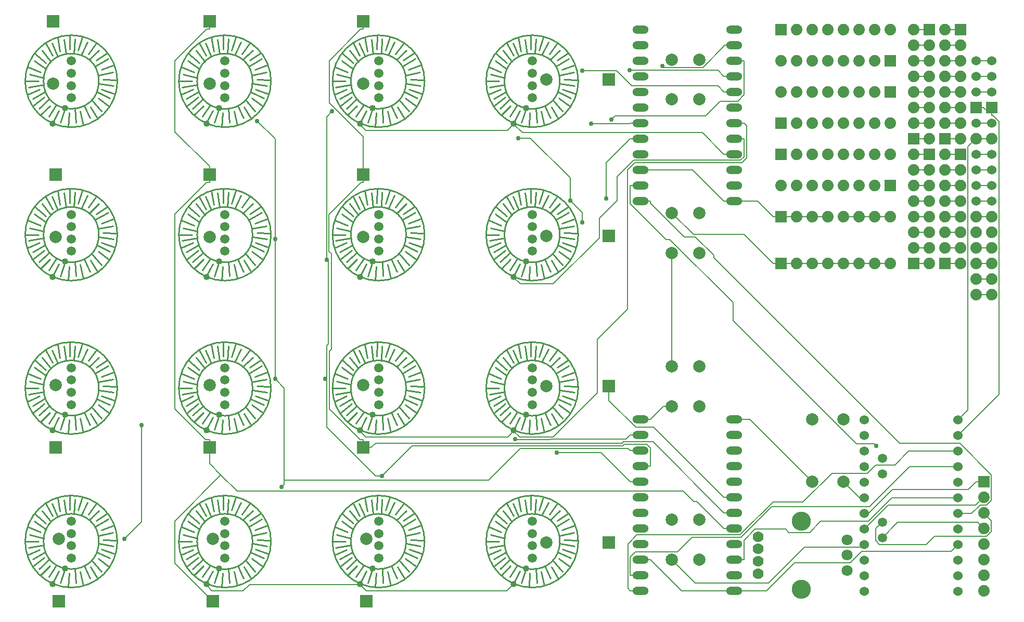
<source format=gtl>
G04 #@! TF.FileFunction,Copper,L1,Top,Signal*
%FSLAX46Y46*%
G04 Gerber Fmt 4.6, Leading zero omitted, Abs format (unit mm)*
G04 Created by KiCad (PCBNEW 4.0.4-stable) date 11/20/16 21:41:40*
%MOMM*%
%LPD*%
G01*
G04 APERTURE LIST*
%ADD10C,0.100000*%
%ADD11C,0.254000*%
%ADD12R,1.879600X1.879600*%
%ADD13C,1.879600*%
%ADD14C,1.524000*%
%ADD15C,1.998980*%
%ADD16R,1.998980X1.998980*%
%ADD17C,2.000000*%
%ADD18C,1.500000*%
%ADD19C,1.508000*%
%ADD20C,1.016000*%
%ADD21O,2.641600X1.320800*%
%ADD22C,1.800000*%
%ADD23C,1.778000*%
%ADD24C,3.116000*%
%ADD25C,0.749400*%
%ADD26C,0.203200*%
G04 APERTURE END LIST*
D10*
D11*
X120760000Y-96090000D02*
X121520000Y-93720000D01*
X121990000Y-96770000D02*
X122130000Y-94480000D01*
X123250000Y-96060000D02*
X123100000Y-93760000D01*
X123970000Y-94190000D02*
X124480000Y-96470000D01*
X125520000Y-95310000D02*
X124580000Y-93310000D01*
X126780000Y-95420000D02*
X125630000Y-93470000D01*
X125840000Y-92350000D02*
X127420000Y-94220000D01*
X126870000Y-92060000D02*
X128720000Y-93400000D01*
X128810000Y-92040000D02*
X126750000Y-91050000D01*
X127450000Y-90590000D02*
X129630000Y-91350000D01*
X129340000Y-90010000D02*
X127010000Y-89660000D01*
X127710000Y-89010000D02*
X129940000Y-89080000D01*
X129260000Y-87860000D02*
X126910000Y-88320000D01*
X127380000Y-87450000D02*
X129430000Y-86670000D01*
X128480000Y-85670000D02*
X126340000Y-86920000D01*
X126560000Y-85930000D02*
X128340000Y-84730000D01*
X125400000Y-85840000D02*
X127020000Y-84290000D01*
X125280000Y-84860000D02*
X126580000Y-83110000D01*
X124070000Y-85070000D02*
X125120000Y-82940000D01*
X123620000Y-84250000D02*
X124300000Y-82130000D01*
X122930000Y-84790000D02*
X123090000Y-82430000D01*
X122230000Y-84130000D02*
X122260000Y-81840000D01*
X121640000Y-84830000D02*
X121320000Y-82490000D01*
X120680000Y-84410000D02*
X120260000Y-82170000D01*
X120320000Y-85270000D02*
X119350000Y-83100000D01*
X119450000Y-85160000D02*
X118360000Y-83130000D01*
X119230000Y-86110000D02*
X117800000Y-84290000D01*
X116580000Y-84770000D02*
X118360000Y-86330000D01*
X118400000Y-87300000D02*
X116490000Y-85960000D01*
X117480000Y-87800000D02*
X115460000Y-86960000D01*
X117990000Y-88740000D02*
X115710000Y-88200000D01*
X117130000Y-89300000D02*
X115010000Y-89300000D01*
X118020000Y-89880000D02*
X115550000Y-90290000D01*
X117320000Y-90620000D02*
X115350000Y-91480000D01*
X116220000Y-92150000D02*
X118200000Y-91040000D01*
X116260000Y-93340000D02*
X118140000Y-91890000D01*
X117260000Y-93740000D02*
X118980000Y-92180000D01*
X117490000Y-94820000D02*
X119000000Y-93300000D01*
X118840000Y-95070000D02*
X120070000Y-93210000D01*
X119470000Y-96140000D02*
X120500000Y-94080000D01*
X120760000Y-71090000D02*
X121520000Y-68720000D01*
X121990000Y-71770000D02*
X122130000Y-69480000D01*
X123250000Y-71060000D02*
X123100000Y-68760000D01*
X123970000Y-69190000D02*
X124480000Y-71470000D01*
X125520000Y-70310000D02*
X124580000Y-68310000D01*
X126780000Y-70420000D02*
X125630000Y-68470000D01*
X125840000Y-67350000D02*
X127420000Y-69220000D01*
X126870000Y-67060000D02*
X128720000Y-68400000D01*
X128810000Y-67040000D02*
X126750000Y-66050000D01*
X127450000Y-65590000D02*
X129630000Y-66350000D01*
X129340000Y-65010000D02*
X127010000Y-64660000D01*
X127710000Y-64010000D02*
X129940000Y-64080000D01*
X129260000Y-62860000D02*
X126910000Y-63320000D01*
X127380000Y-62450000D02*
X129430000Y-61670000D01*
X128480000Y-60670000D02*
X126340000Y-61920000D01*
X126560000Y-60930000D02*
X128340000Y-59730000D01*
X125400000Y-60840000D02*
X127020000Y-59290000D01*
X125280000Y-59860000D02*
X126580000Y-58110000D01*
X124070000Y-60070000D02*
X125120000Y-57940000D01*
X123620000Y-59250000D02*
X124300000Y-57130000D01*
X122930000Y-59790000D02*
X123090000Y-57430000D01*
X122230000Y-59130000D02*
X122260000Y-56840000D01*
X121640000Y-59830000D02*
X121320000Y-57490000D01*
X120680000Y-59410000D02*
X120260000Y-57170000D01*
X120320000Y-60270000D02*
X119350000Y-58100000D01*
X119450000Y-60160000D02*
X118360000Y-58130000D01*
X119230000Y-61110000D02*
X117800000Y-59290000D01*
X116580000Y-59770000D02*
X118360000Y-61330000D01*
X118400000Y-62300000D02*
X116490000Y-60960000D01*
X117480000Y-62800000D02*
X115460000Y-61960000D01*
X117990000Y-63740000D02*
X115710000Y-63200000D01*
X117130000Y-64300000D02*
X115010000Y-64300000D01*
X118020000Y-64880000D02*
X115550000Y-65290000D01*
X117320000Y-65620000D02*
X115350000Y-66480000D01*
X116220000Y-67150000D02*
X118200000Y-66040000D01*
X116260000Y-68340000D02*
X118140000Y-66890000D01*
X117260000Y-68740000D02*
X118980000Y-67180000D01*
X117490000Y-69820000D02*
X119000000Y-68300000D01*
X118840000Y-70070000D02*
X120070000Y-68210000D01*
X119470000Y-71140000D02*
X120500000Y-69080000D01*
X145760000Y-96090000D02*
X146520000Y-93720000D01*
X146990000Y-96770000D02*
X147130000Y-94480000D01*
X148250000Y-96060000D02*
X148100000Y-93760000D01*
X148970000Y-94190000D02*
X149480000Y-96470000D01*
X150520000Y-95310000D02*
X149580000Y-93310000D01*
X151780000Y-95420000D02*
X150630000Y-93470000D01*
X150840000Y-92350000D02*
X152420000Y-94220000D01*
X151870000Y-92060000D02*
X153720000Y-93400000D01*
X153810000Y-92040000D02*
X151750000Y-91050000D01*
X152450000Y-90590000D02*
X154630000Y-91350000D01*
X154340000Y-90010000D02*
X152010000Y-89660000D01*
X152710000Y-89010000D02*
X154940000Y-89080000D01*
X154260000Y-87860000D02*
X151910000Y-88320000D01*
X152380000Y-87450000D02*
X154430000Y-86670000D01*
X153480000Y-85670000D02*
X151340000Y-86920000D01*
X151560000Y-85930000D02*
X153340000Y-84730000D01*
X150400000Y-85840000D02*
X152020000Y-84290000D01*
X150280000Y-84860000D02*
X151580000Y-83110000D01*
X149070000Y-85070000D02*
X150120000Y-82940000D01*
X148620000Y-84250000D02*
X149300000Y-82130000D01*
X147930000Y-84790000D02*
X148090000Y-82430000D01*
X147230000Y-84130000D02*
X147260000Y-81840000D01*
X146640000Y-84830000D02*
X146320000Y-82490000D01*
X145680000Y-84410000D02*
X145260000Y-82170000D01*
X145320000Y-85270000D02*
X144350000Y-83100000D01*
X144450000Y-85160000D02*
X143360000Y-83130000D01*
X144230000Y-86110000D02*
X142800000Y-84290000D01*
X141580000Y-84770000D02*
X143360000Y-86330000D01*
X143400000Y-87300000D02*
X141490000Y-85960000D01*
X142480000Y-87800000D02*
X140460000Y-86960000D01*
X142990000Y-88740000D02*
X140710000Y-88200000D01*
X142130000Y-89300000D02*
X140010000Y-89300000D01*
X143020000Y-89880000D02*
X140550000Y-90290000D01*
X142320000Y-90620000D02*
X140350000Y-91480000D01*
X141220000Y-92150000D02*
X143200000Y-91040000D01*
X141260000Y-93340000D02*
X143140000Y-91890000D01*
X142260000Y-93740000D02*
X143980000Y-92180000D01*
X142490000Y-94820000D02*
X144000000Y-93300000D01*
X143840000Y-95070000D02*
X145070000Y-93210000D01*
X144470000Y-96140000D02*
X145500000Y-94080000D01*
X145760000Y-71090000D02*
X146520000Y-68720000D01*
X146990000Y-71770000D02*
X147130000Y-69480000D01*
X148250000Y-71060000D02*
X148100000Y-68760000D01*
X148970000Y-69190000D02*
X149480000Y-71470000D01*
X150520000Y-70310000D02*
X149580000Y-68310000D01*
X151780000Y-70420000D02*
X150630000Y-68470000D01*
X150840000Y-67350000D02*
X152420000Y-69220000D01*
X151870000Y-67060000D02*
X153720000Y-68400000D01*
X153810000Y-67040000D02*
X151750000Y-66050000D01*
X152450000Y-65590000D02*
X154630000Y-66350000D01*
X154340000Y-65010000D02*
X152010000Y-64660000D01*
X152710000Y-64010000D02*
X154940000Y-64080000D01*
X154260000Y-62860000D02*
X151910000Y-63320000D01*
X152380000Y-62450000D02*
X154430000Y-61670000D01*
X153480000Y-60670000D02*
X151340000Y-61920000D01*
X151560000Y-60930000D02*
X153340000Y-59730000D01*
X150400000Y-60840000D02*
X152020000Y-59290000D01*
X150280000Y-59860000D02*
X151580000Y-58110000D01*
X149070000Y-60070000D02*
X150120000Y-57940000D01*
X148620000Y-59250000D02*
X149300000Y-57130000D01*
X147930000Y-59790000D02*
X148090000Y-57430000D01*
X147230000Y-59130000D02*
X147260000Y-56840000D01*
X146640000Y-59830000D02*
X146320000Y-57490000D01*
X145680000Y-59410000D02*
X145260000Y-57170000D01*
X145320000Y-60270000D02*
X144350000Y-58100000D01*
X144450000Y-60160000D02*
X143360000Y-58130000D01*
X144230000Y-61110000D02*
X142800000Y-59290000D01*
X141580000Y-59770000D02*
X143360000Y-61330000D01*
X143400000Y-62300000D02*
X141490000Y-60960000D01*
X142480000Y-62800000D02*
X140460000Y-61960000D01*
X142990000Y-63740000D02*
X140710000Y-63200000D01*
X142130000Y-64300000D02*
X140010000Y-64300000D01*
X143020000Y-64880000D02*
X140550000Y-65290000D01*
X142320000Y-65620000D02*
X140350000Y-66480000D01*
X141220000Y-67150000D02*
X143200000Y-66040000D01*
X141260000Y-68340000D02*
X143140000Y-66890000D01*
X142260000Y-68740000D02*
X143980000Y-67180000D01*
X142490000Y-69820000D02*
X144000000Y-68300000D01*
X143840000Y-70070000D02*
X145070000Y-68210000D01*
X144470000Y-71140000D02*
X145500000Y-69080000D01*
X130000000Y-89300000D02*
G75*
G03X130000000Y-89300000I-7500000J0D01*
G01*
X126990000Y-89290000D02*
G75*
G03X126990000Y-89290000I-4500000J0D01*
G01*
X126990000Y-64290000D02*
G75*
G03X126990000Y-64290000I-4500000J0D01*
G01*
X129999800Y-64300000D02*
G75*
G03X129999800Y-64300000I-7499800J0D01*
G01*
X152000600Y-89300000D02*
G75*
G03X152000600Y-89300000I-4510600J0D01*
G01*
X154999800Y-89300000D02*
G75*
G03X154999800Y-89300000I-7499800J0D01*
G01*
X152000600Y-64300000D02*
G75*
G03X152000600Y-64300000I-4510600J0D01*
G01*
X154999800Y-64300000D02*
G75*
G03X154999800Y-64300000I-7499800J0D01*
G01*
X120760000Y-146090000D02*
X121520000Y-143720000D01*
X121990000Y-146770000D02*
X122130000Y-144480000D01*
X123250000Y-146060000D02*
X123100000Y-143760000D01*
X123970000Y-144190000D02*
X124480000Y-146470000D01*
X125520000Y-145310000D02*
X124580000Y-143310000D01*
X126780000Y-145420000D02*
X125630000Y-143470000D01*
X125840000Y-142350000D02*
X127420000Y-144220000D01*
X126870000Y-142060000D02*
X128720000Y-143400000D01*
X128810000Y-142040000D02*
X126750000Y-141050000D01*
X127450000Y-140590000D02*
X129630000Y-141350000D01*
X129340000Y-140010000D02*
X127010000Y-139660000D01*
X127710000Y-139010000D02*
X129940000Y-139080000D01*
X129260000Y-137860000D02*
X126910000Y-138320000D01*
X127380000Y-137450000D02*
X129430000Y-136670000D01*
X128480000Y-135670000D02*
X126340000Y-136920000D01*
X126560000Y-135930000D02*
X128340000Y-134730000D01*
X125400000Y-135840000D02*
X127020000Y-134290000D01*
X125280000Y-134860000D02*
X126580000Y-133110000D01*
X124070000Y-135070000D02*
X125120000Y-132940000D01*
X123620000Y-134250000D02*
X124300000Y-132130000D01*
X122930000Y-134790000D02*
X123090000Y-132430000D01*
X122230000Y-134130000D02*
X122260000Y-131840000D01*
X121640000Y-134830000D02*
X121320000Y-132490000D01*
X120680000Y-134410000D02*
X120260000Y-132170000D01*
X120320000Y-135270000D02*
X119350000Y-133100000D01*
X119450000Y-135160000D02*
X118360000Y-133130000D01*
X119230000Y-136110000D02*
X117800000Y-134290000D01*
X116580000Y-134770000D02*
X118360000Y-136330000D01*
X118400000Y-137300000D02*
X116490000Y-135960000D01*
X117480000Y-137800000D02*
X115460000Y-136960000D01*
X117990000Y-138740000D02*
X115710000Y-138200000D01*
X117130000Y-139300000D02*
X115010000Y-139300000D01*
X118020000Y-139880000D02*
X115550000Y-140290000D01*
X117320000Y-140620000D02*
X115350000Y-141480000D01*
X116220000Y-142150000D02*
X118200000Y-141040000D01*
X116260000Y-143340000D02*
X118140000Y-141890000D01*
X117260000Y-143740000D02*
X118980000Y-142180000D01*
X117490000Y-144820000D02*
X119000000Y-143300000D01*
X118840000Y-145070000D02*
X120070000Y-143210000D01*
X119470000Y-146140000D02*
X120500000Y-144080000D01*
X120760000Y-121090000D02*
X121520000Y-118720000D01*
X121990000Y-121770000D02*
X122130000Y-119480000D01*
X123250000Y-121060000D02*
X123100000Y-118760000D01*
X123970000Y-119190000D02*
X124480000Y-121470000D01*
X125520000Y-120310000D02*
X124580000Y-118310000D01*
X126780000Y-120420000D02*
X125630000Y-118470000D01*
X125840000Y-117350000D02*
X127420000Y-119220000D01*
X126870000Y-117060000D02*
X128720000Y-118400000D01*
X128810000Y-117040000D02*
X126750000Y-116050000D01*
X127450000Y-115590000D02*
X129630000Y-116350000D01*
X129340000Y-115010000D02*
X127010000Y-114660000D01*
X127710000Y-114010000D02*
X129940000Y-114080000D01*
X129260000Y-112860000D02*
X126910000Y-113320000D01*
X127380000Y-112450000D02*
X129430000Y-111670000D01*
X128480000Y-110670000D02*
X126340000Y-111920000D01*
X126560000Y-110930000D02*
X128340000Y-109730000D01*
X125400000Y-110840000D02*
X127020000Y-109290000D01*
X125280000Y-109860000D02*
X126580000Y-108110000D01*
X124070000Y-110070000D02*
X125120000Y-107940000D01*
X123620000Y-109250000D02*
X124300000Y-107130000D01*
X122930000Y-109790000D02*
X123090000Y-107430000D01*
X122230000Y-109130000D02*
X122260000Y-106840000D01*
X121640000Y-109830000D02*
X121320000Y-107490000D01*
X120680000Y-109410000D02*
X120260000Y-107170000D01*
X120320000Y-110270000D02*
X119350000Y-108100000D01*
X119450000Y-110160000D02*
X118360000Y-108130000D01*
X119230000Y-111110000D02*
X117800000Y-109290000D01*
X116580000Y-109770000D02*
X118360000Y-111330000D01*
X118400000Y-112300000D02*
X116490000Y-110960000D01*
X117480000Y-112800000D02*
X115460000Y-111960000D01*
X117990000Y-113740000D02*
X115710000Y-113200000D01*
X117130000Y-114300000D02*
X115010000Y-114300000D01*
X118020000Y-114880000D02*
X115550000Y-115290000D01*
X117320000Y-115620000D02*
X115350000Y-116480000D01*
X116220000Y-117150000D02*
X118200000Y-116040000D01*
X116260000Y-118340000D02*
X118140000Y-116890000D01*
X117260000Y-118740000D02*
X118980000Y-117180000D01*
X117490000Y-119820000D02*
X119000000Y-118300000D01*
X118840000Y-120070000D02*
X120070000Y-118210000D01*
X119470000Y-121140000D02*
X120500000Y-119080000D01*
X145760000Y-146090000D02*
X146520000Y-143720000D01*
X146990000Y-146770000D02*
X147130000Y-144480000D01*
X148250000Y-146060000D02*
X148100000Y-143760000D01*
X148970000Y-144190000D02*
X149480000Y-146470000D01*
X150520000Y-145310000D02*
X149580000Y-143310000D01*
X151780000Y-145420000D02*
X150630000Y-143470000D01*
X150840000Y-142350000D02*
X152420000Y-144220000D01*
X151870000Y-142060000D02*
X153720000Y-143400000D01*
X153810000Y-142040000D02*
X151750000Y-141050000D01*
X152450000Y-140590000D02*
X154630000Y-141350000D01*
X154340000Y-140010000D02*
X152010000Y-139660000D01*
X152710000Y-139010000D02*
X154940000Y-139080000D01*
X154260000Y-137860000D02*
X151910000Y-138320000D01*
X152380000Y-137450000D02*
X154430000Y-136670000D01*
X153480000Y-135670000D02*
X151340000Y-136920000D01*
X151560000Y-135930000D02*
X153340000Y-134730000D01*
X150400000Y-135840000D02*
X152020000Y-134290000D01*
X150280000Y-134860000D02*
X151580000Y-133110000D01*
X149070000Y-135070000D02*
X150120000Y-132940000D01*
X148620000Y-134250000D02*
X149300000Y-132130000D01*
X147930000Y-134790000D02*
X148090000Y-132430000D01*
X147230000Y-134130000D02*
X147260000Y-131840000D01*
X146640000Y-134830000D02*
X146320000Y-132490000D01*
X145680000Y-134410000D02*
X145260000Y-132170000D01*
X145320000Y-135270000D02*
X144350000Y-133100000D01*
X144450000Y-135160000D02*
X143360000Y-133130000D01*
X144230000Y-136110000D02*
X142800000Y-134290000D01*
X141580000Y-134770000D02*
X143360000Y-136330000D01*
X143400000Y-137300000D02*
X141490000Y-135960000D01*
X142480000Y-137800000D02*
X140460000Y-136960000D01*
X142990000Y-138740000D02*
X140710000Y-138200000D01*
X142130000Y-139300000D02*
X140010000Y-139300000D01*
X143020000Y-139880000D02*
X140550000Y-140290000D01*
X142320000Y-140620000D02*
X140350000Y-141480000D01*
X141220000Y-142150000D02*
X143200000Y-141040000D01*
X141260000Y-143340000D02*
X143140000Y-141890000D01*
X142260000Y-143740000D02*
X143980000Y-142180000D01*
X142490000Y-144820000D02*
X144000000Y-143300000D01*
X143840000Y-145070000D02*
X145070000Y-143210000D01*
X144470000Y-146140000D02*
X145500000Y-144080000D01*
X145760000Y-121090000D02*
X146520000Y-118720000D01*
X146990000Y-121770000D02*
X147130000Y-119480000D01*
X148250000Y-121060000D02*
X148100000Y-118760000D01*
X148970000Y-119190000D02*
X149480000Y-121470000D01*
X150520000Y-120310000D02*
X149580000Y-118310000D01*
X151780000Y-120420000D02*
X150630000Y-118470000D01*
X150840000Y-117350000D02*
X152420000Y-119220000D01*
X151870000Y-117060000D02*
X153720000Y-118400000D01*
X153810000Y-117040000D02*
X151750000Y-116050000D01*
X152450000Y-115590000D02*
X154630000Y-116350000D01*
X154340000Y-115010000D02*
X152010000Y-114660000D01*
X152710000Y-114010000D02*
X154940000Y-114080000D01*
X154260000Y-112860000D02*
X151910000Y-113320000D01*
X152380000Y-112450000D02*
X154430000Y-111670000D01*
X153480000Y-110670000D02*
X151340000Y-111920000D01*
X151560000Y-110930000D02*
X153340000Y-109730000D01*
X150400000Y-110840000D02*
X152020000Y-109290000D01*
X150280000Y-109860000D02*
X151580000Y-108110000D01*
X149070000Y-110070000D02*
X150120000Y-107940000D01*
X148620000Y-109250000D02*
X149300000Y-107130000D01*
X147930000Y-109790000D02*
X148090000Y-107430000D01*
X147230000Y-109130000D02*
X147260000Y-106840000D01*
X146640000Y-109830000D02*
X146320000Y-107490000D01*
X145680000Y-109410000D02*
X145260000Y-107170000D01*
X145320000Y-110270000D02*
X144350000Y-108100000D01*
X144450000Y-110160000D02*
X143360000Y-108130000D01*
X144230000Y-111110000D02*
X142800000Y-109290000D01*
X141580000Y-109770000D02*
X143360000Y-111330000D01*
X143400000Y-112300000D02*
X141490000Y-110960000D01*
X142480000Y-112800000D02*
X140460000Y-111960000D01*
X142990000Y-113740000D02*
X140710000Y-113200000D01*
X142130000Y-114300000D02*
X140010000Y-114300000D01*
X143020000Y-114880000D02*
X140550000Y-115290000D01*
X142320000Y-115620000D02*
X140350000Y-116480000D01*
X141220000Y-117150000D02*
X143200000Y-116040000D01*
X141260000Y-118340000D02*
X143140000Y-116890000D01*
X142260000Y-118740000D02*
X143980000Y-117180000D01*
X142490000Y-119820000D02*
X144000000Y-118300000D01*
X143840000Y-120070000D02*
X145070000Y-118210000D01*
X144470000Y-121140000D02*
X145500000Y-119080000D01*
X130000000Y-139300000D02*
G75*
G03X130000000Y-139300000I-7500000J0D01*
G01*
X126990000Y-139290000D02*
G75*
G03X126990000Y-139290000I-4500000J0D01*
G01*
X126990000Y-114290000D02*
G75*
G03X126990000Y-114290000I-4500000J0D01*
G01*
X129999800Y-114300000D02*
G75*
G03X129999800Y-114300000I-7499800J0D01*
G01*
X152000600Y-139300000D02*
G75*
G03X152000600Y-139300000I-4510600J0D01*
G01*
X154999800Y-139300000D02*
G75*
G03X154999800Y-139300000I-7499800J0D01*
G01*
X152000600Y-114300000D02*
G75*
G03X152000600Y-114300000I-4510600J0D01*
G01*
X154999800Y-114300000D02*
G75*
G03X154999800Y-114300000I-7499800J0D01*
G01*
X70760000Y-146090000D02*
X71520000Y-143720000D01*
X71990000Y-146770000D02*
X72130000Y-144480000D01*
X73250000Y-146060000D02*
X73100000Y-143760000D01*
X73970000Y-144190000D02*
X74480000Y-146470000D01*
X75520000Y-145310000D02*
X74580000Y-143310000D01*
X76780000Y-145420000D02*
X75630000Y-143470000D01*
X75840000Y-142350000D02*
X77420000Y-144220000D01*
X76870000Y-142060000D02*
X78720000Y-143400000D01*
X78810000Y-142040000D02*
X76750000Y-141050000D01*
X77450000Y-140590000D02*
X79630000Y-141350000D01*
X79340000Y-140010000D02*
X77010000Y-139660000D01*
X77710000Y-139010000D02*
X79940000Y-139080000D01*
X79260000Y-137860000D02*
X76910000Y-138320000D01*
X77380000Y-137450000D02*
X79430000Y-136670000D01*
X78480000Y-135670000D02*
X76340000Y-136920000D01*
X76560000Y-135930000D02*
X78340000Y-134730000D01*
X75400000Y-135840000D02*
X77020000Y-134290000D01*
X75280000Y-134860000D02*
X76580000Y-133110000D01*
X74070000Y-135070000D02*
X75120000Y-132940000D01*
X73620000Y-134250000D02*
X74300000Y-132130000D01*
X72930000Y-134790000D02*
X73090000Y-132430000D01*
X72230000Y-134130000D02*
X72260000Y-131840000D01*
X71640000Y-134830000D02*
X71320000Y-132490000D01*
X70680000Y-134410000D02*
X70260000Y-132170000D01*
X70320000Y-135270000D02*
X69350000Y-133100000D01*
X69450000Y-135160000D02*
X68360000Y-133130000D01*
X69230000Y-136110000D02*
X67800000Y-134290000D01*
X66580000Y-134770000D02*
X68360000Y-136330000D01*
X68400000Y-137300000D02*
X66490000Y-135960000D01*
X67480000Y-137800000D02*
X65460000Y-136960000D01*
X67990000Y-138740000D02*
X65710000Y-138200000D01*
X67130000Y-139300000D02*
X65010000Y-139300000D01*
X68020000Y-139880000D02*
X65550000Y-140290000D01*
X67320000Y-140620000D02*
X65350000Y-141480000D01*
X66220000Y-142150000D02*
X68200000Y-141040000D01*
X66260000Y-143340000D02*
X68140000Y-141890000D01*
X67260000Y-143740000D02*
X68980000Y-142180000D01*
X67490000Y-144820000D02*
X69000000Y-143300000D01*
X68840000Y-145070000D02*
X70070000Y-143210000D01*
X69470000Y-146140000D02*
X70500000Y-144080000D01*
X70760000Y-121090000D02*
X71520000Y-118720000D01*
X71990000Y-121770000D02*
X72130000Y-119480000D01*
X73250000Y-121060000D02*
X73100000Y-118760000D01*
X73970000Y-119190000D02*
X74480000Y-121470000D01*
X75520000Y-120310000D02*
X74580000Y-118310000D01*
X76780000Y-120420000D02*
X75630000Y-118470000D01*
X75840000Y-117350000D02*
X77420000Y-119220000D01*
X76870000Y-117060000D02*
X78720000Y-118400000D01*
X78810000Y-117040000D02*
X76750000Y-116050000D01*
X77450000Y-115590000D02*
X79630000Y-116350000D01*
X79340000Y-115010000D02*
X77010000Y-114660000D01*
X77710000Y-114010000D02*
X79940000Y-114080000D01*
X79260000Y-112860000D02*
X76910000Y-113320000D01*
X77380000Y-112450000D02*
X79430000Y-111670000D01*
X78480000Y-110670000D02*
X76340000Y-111920000D01*
X76560000Y-110930000D02*
X78340000Y-109730000D01*
X75400000Y-110840000D02*
X77020000Y-109290000D01*
X75280000Y-109860000D02*
X76580000Y-108110000D01*
X74070000Y-110070000D02*
X75120000Y-107940000D01*
X73620000Y-109250000D02*
X74300000Y-107130000D01*
X72930000Y-109790000D02*
X73090000Y-107430000D01*
X72230000Y-109130000D02*
X72260000Y-106840000D01*
X71640000Y-109830000D02*
X71320000Y-107490000D01*
X70680000Y-109410000D02*
X70260000Y-107170000D01*
X70320000Y-110270000D02*
X69350000Y-108100000D01*
X69450000Y-110160000D02*
X68360000Y-108130000D01*
X69230000Y-111110000D02*
X67800000Y-109290000D01*
X66580000Y-109770000D02*
X68360000Y-111330000D01*
X68400000Y-112300000D02*
X66490000Y-110960000D01*
X67480000Y-112800000D02*
X65460000Y-111960000D01*
X67990000Y-113740000D02*
X65710000Y-113200000D01*
X67130000Y-114300000D02*
X65010000Y-114300000D01*
X68020000Y-114880000D02*
X65550000Y-115290000D01*
X67320000Y-115620000D02*
X65350000Y-116480000D01*
X66220000Y-117150000D02*
X68200000Y-116040000D01*
X66260000Y-118340000D02*
X68140000Y-116890000D01*
X67260000Y-118740000D02*
X68980000Y-117180000D01*
X67490000Y-119820000D02*
X69000000Y-118300000D01*
X68840000Y-120070000D02*
X70070000Y-118210000D01*
X69470000Y-121140000D02*
X70500000Y-119080000D01*
X95760000Y-146090000D02*
X96520000Y-143720000D01*
X96990000Y-146770000D02*
X97130000Y-144480000D01*
X98250000Y-146060000D02*
X98100000Y-143760000D01*
X98970000Y-144190000D02*
X99480000Y-146470000D01*
X100520000Y-145310000D02*
X99580000Y-143310000D01*
X101780000Y-145420000D02*
X100630000Y-143470000D01*
X100840000Y-142350000D02*
X102420000Y-144220000D01*
X101870000Y-142060000D02*
X103720000Y-143400000D01*
X103810000Y-142040000D02*
X101750000Y-141050000D01*
X102450000Y-140590000D02*
X104630000Y-141350000D01*
X104340000Y-140010000D02*
X102010000Y-139660000D01*
X102710000Y-139010000D02*
X104940000Y-139080000D01*
X104260000Y-137860000D02*
X101910000Y-138320000D01*
X102380000Y-137450000D02*
X104430000Y-136670000D01*
X103480000Y-135670000D02*
X101340000Y-136920000D01*
X101560000Y-135930000D02*
X103340000Y-134730000D01*
X100400000Y-135840000D02*
X102020000Y-134290000D01*
X100280000Y-134860000D02*
X101580000Y-133110000D01*
X99070000Y-135070000D02*
X100120000Y-132940000D01*
X98620000Y-134250000D02*
X99300000Y-132130000D01*
X97930000Y-134790000D02*
X98090000Y-132430000D01*
X97230000Y-134130000D02*
X97260000Y-131840000D01*
X96640000Y-134830000D02*
X96320000Y-132490000D01*
X95680000Y-134410000D02*
X95260000Y-132170000D01*
X95320000Y-135270000D02*
X94350000Y-133100000D01*
X94450000Y-135160000D02*
X93360000Y-133130000D01*
X94230000Y-136110000D02*
X92800000Y-134290000D01*
X91580000Y-134770000D02*
X93360000Y-136330000D01*
X93400000Y-137300000D02*
X91490000Y-135960000D01*
X92480000Y-137800000D02*
X90460000Y-136960000D01*
X92990000Y-138740000D02*
X90710000Y-138200000D01*
X92130000Y-139300000D02*
X90010000Y-139300000D01*
X93020000Y-139880000D02*
X90550000Y-140290000D01*
X92320000Y-140620000D02*
X90350000Y-141480000D01*
X91220000Y-142150000D02*
X93200000Y-141040000D01*
X91260000Y-143340000D02*
X93140000Y-141890000D01*
X92260000Y-143740000D02*
X93980000Y-142180000D01*
X92490000Y-144820000D02*
X94000000Y-143300000D01*
X93840000Y-145070000D02*
X95070000Y-143210000D01*
X94470000Y-146140000D02*
X95500000Y-144080000D01*
X95760000Y-121090000D02*
X96520000Y-118720000D01*
X96990000Y-121770000D02*
X97130000Y-119480000D01*
X98250000Y-121060000D02*
X98100000Y-118760000D01*
X98970000Y-119190000D02*
X99480000Y-121470000D01*
X100520000Y-120310000D02*
X99580000Y-118310000D01*
X101780000Y-120420000D02*
X100630000Y-118470000D01*
X100840000Y-117350000D02*
X102420000Y-119220000D01*
X101870000Y-117060000D02*
X103720000Y-118400000D01*
X103810000Y-117040000D02*
X101750000Y-116050000D01*
X102450000Y-115590000D02*
X104630000Y-116350000D01*
X104340000Y-115010000D02*
X102010000Y-114660000D01*
X102710000Y-114010000D02*
X104940000Y-114080000D01*
X104260000Y-112860000D02*
X101910000Y-113320000D01*
X102380000Y-112450000D02*
X104430000Y-111670000D01*
X103480000Y-110670000D02*
X101340000Y-111920000D01*
X101560000Y-110930000D02*
X103340000Y-109730000D01*
X100400000Y-110840000D02*
X102020000Y-109290000D01*
X100280000Y-109860000D02*
X101580000Y-108110000D01*
X99070000Y-110070000D02*
X100120000Y-107940000D01*
X98620000Y-109250000D02*
X99300000Y-107130000D01*
X97930000Y-109790000D02*
X98090000Y-107430000D01*
X97230000Y-109130000D02*
X97260000Y-106840000D01*
X96640000Y-109830000D02*
X96320000Y-107490000D01*
X95680000Y-109410000D02*
X95260000Y-107170000D01*
X95320000Y-110270000D02*
X94350000Y-108100000D01*
X94450000Y-110160000D02*
X93360000Y-108130000D01*
X94230000Y-111110000D02*
X92800000Y-109290000D01*
X91580000Y-109770000D02*
X93360000Y-111330000D01*
X93400000Y-112300000D02*
X91490000Y-110960000D01*
X92480000Y-112800000D02*
X90460000Y-111960000D01*
X92990000Y-113740000D02*
X90710000Y-113200000D01*
X92130000Y-114300000D02*
X90010000Y-114300000D01*
X93020000Y-114880000D02*
X90550000Y-115290000D01*
X92320000Y-115620000D02*
X90350000Y-116480000D01*
X91220000Y-117150000D02*
X93200000Y-116040000D01*
X91260000Y-118340000D02*
X93140000Y-116890000D01*
X92260000Y-118740000D02*
X93980000Y-117180000D01*
X92490000Y-119820000D02*
X94000000Y-118300000D01*
X93840000Y-120070000D02*
X95070000Y-118210000D01*
X94470000Y-121140000D02*
X95500000Y-119080000D01*
X80000000Y-139300000D02*
G75*
G03X80000000Y-139300000I-7500000J0D01*
G01*
X76990000Y-139290000D02*
G75*
G03X76990000Y-139290000I-4500000J0D01*
G01*
X76990000Y-114290000D02*
G75*
G03X76990000Y-114290000I-4500000J0D01*
G01*
X79999800Y-114300000D02*
G75*
G03X79999800Y-114300000I-7499800J0D01*
G01*
X102000600Y-139300000D02*
G75*
G03X102000600Y-139300000I-4510600J0D01*
G01*
X104999800Y-139300000D02*
G75*
G03X104999800Y-139300000I-7499800J0D01*
G01*
X102000600Y-114300000D02*
G75*
G03X102000600Y-114300000I-4510600J0D01*
G01*
X104999800Y-114300000D02*
G75*
G03X104999800Y-114300000I-7499800J0D01*
G01*
X70760000Y-96090000D02*
X71520000Y-93720000D01*
X71990000Y-96770000D02*
X72130000Y-94480000D01*
X73250000Y-96060000D02*
X73100000Y-93760000D01*
X73970000Y-94190000D02*
X74480000Y-96470000D01*
X75520000Y-95310000D02*
X74580000Y-93310000D01*
X76780000Y-95420000D02*
X75630000Y-93470000D01*
X75840000Y-92350000D02*
X77420000Y-94220000D01*
X76870000Y-92060000D02*
X78720000Y-93400000D01*
X78810000Y-92040000D02*
X76750000Y-91050000D01*
X77450000Y-90590000D02*
X79630000Y-91350000D01*
X79340000Y-90010000D02*
X77010000Y-89660000D01*
X77710000Y-89010000D02*
X79940000Y-89080000D01*
X79260000Y-87860000D02*
X76910000Y-88320000D01*
X77380000Y-87450000D02*
X79430000Y-86670000D01*
X78480000Y-85670000D02*
X76340000Y-86920000D01*
X76560000Y-85930000D02*
X78340000Y-84730000D01*
X75400000Y-85840000D02*
X77020000Y-84290000D01*
X75280000Y-84860000D02*
X76580000Y-83110000D01*
X74070000Y-85070000D02*
X75120000Y-82940000D01*
X73620000Y-84250000D02*
X74300000Y-82130000D01*
X72930000Y-84790000D02*
X73090000Y-82430000D01*
X72230000Y-84130000D02*
X72260000Y-81840000D01*
X71640000Y-84830000D02*
X71320000Y-82490000D01*
X70680000Y-84410000D02*
X70260000Y-82170000D01*
X70320000Y-85270000D02*
X69350000Y-83100000D01*
X69450000Y-85160000D02*
X68360000Y-83130000D01*
X69230000Y-86110000D02*
X67800000Y-84290000D01*
X66580000Y-84770000D02*
X68360000Y-86330000D01*
X68400000Y-87300000D02*
X66490000Y-85960000D01*
X67480000Y-87800000D02*
X65460000Y-86960000D01*
X67990000Y-88740000D02*
X65710000Y-88200000D01*
X67130000Y-89300000D02*
X65010000Y-89300000D01*
X68020000Y-89880000D02*
X65550000Y-90290000D01*
X67320000Y-90620000D02*
X65350000Y-91480000D01*
X66220000Y-92150000D02*
X68200000Y-91040000D01*
X66260000Y-93340000D02*
X68140000Y-91890000D01*
X67260000Y-93740000D02*
X68980000Y-92180000D01*
X67490000Y-94820000D02*
X69000000Y-93300000D01*
X68840000Y-95070000D02*
X70070000Y-93210000D01*
X69470000Y-96140000D02*
X70500000Y-94080000D01*
X70760000Y-71090000D02*
X71520000Y-68720000D01*
X71990000Y-71770000D02*
X72130000Y-69480000D01*
X73250000Y-71060000D02*
X73100000Y-68760000D01*
X73970000Y-69190000D02*
X74480000Y-71470000D01*
X75520000Y-70310000D02*
X74580000Y-68310000D01*
X76780000Y-70420000D02*
X75630000Y-68470000D01*
X75840000Y-67350000D02*
X77420000Y-69220000D01*
X76870000Y-67060000D02*
X78720000Y-68400000D01*
X78810000Y-67040000D02*
X76750000Y-66050000D01*
X77450000Y-65590000D02*
X79630000Y-66350000D01*
X79340000Y-65010000D02*
X77010000Y-64660000D01*
X77710000Y-64010000D02*
X79940000Y-64080000D01*
X79260000Y-62860000D02*
X76910000Y-63320000D01*
X77380000Y-62450000D02*
X79430000Y-61670000D01*
X78480000Y-60670000D02*
X76340000Y-61920000D01*
X76560000Y-60930000D02*
X78340000Y-59730000D01*
X75400000Y-60840000D02*
X77020000Y-59290000D01*
X75280000Y-59860000D02*
X76580000Y-58110000D01*
X74070000Y-60070000D02*
X75120000Y-57940000D01*
X73620000Y-59250000D02*
X74300000Y-57130000D01*
X72930000Y-59790000D02*
X73090000Y-57430000D01*
X72230000Y-59130000D02*
X72260000Y-56840000D01*
X71640000Y-59830000D02*
X71320000Y-57490000D01*
X70680000Y-59410000D02*
X70260000Y-57170000D01*
X70320000Y-60270000D02*
X69350000Y-58100000D01*
X69450000Y-60160000D02*
X68360000Y-58130000D01*
X69230000Y-61110000D02*
X67800000Y-59290000D01*
X66580000Y-59770000D02*
X68360000Y-61330000D01*
X68400000Y-62300000D02*
X66490000Y-60960000D01*
X67480000Y-62800000D02*
X65460000Y-61960000D01*
X67990000Y-63740000D02*
X65710000Y-63200000D01*
X67130000Y-64300000D02*
X65010000Y-64300000D01*
X68020000Y-64880000D02*
X65550000Y-65290000D01*
X67320000Y-65620000D02*
X65350000Y-66480000D01*
X66220000Y-67150000D02*
X68200000Y-66040000D01*
X66260000Y-68340000D02*
X68140000Y-66890000D01*
X67260000Y-68740000D02*
X68980000Y-67180000D01*
X67490000Y-69820000D02*
X69000000Y-68300000D01*
X68840000Y-70070000D02*
X70070000Y-68210000D01*
X69470000Y-71140000D02*
X70500000Y-69080000D01*
X95760000Y-96090000D02*
X96520000Y-93720000D01*
X96990000Y-96770000D02*
X97130000Y-94480000D01*
X98250000Y-96060000D02*
X98100000Y-93760000D01*
X98970000Y-94190000D02*
X99480000Y-96470000D01*
X100520000Y-95310000D02*
X99580000Y-93310000D01*
X101780000Y-95420000D02*
X100630000Y-93470000D01*
X100840000Y-92350000D02*
X102420000Y-94220000D01*
X101870000Y-92060000D02*
X103720000Y-93400000D01*
X103810000Y-92040000D02*
X101750000Y-91050000D01*
X102450000Y-90590000D02*
X104630000Y-91350000D01*
X104340000Y-90010000D02*
X102010000Y-89660000D01*
X102710000Y-89010000D02*
X104940000Y-89080000D01*
X104260000Y-87860000D02*
X101910000Y-88320000D01*
X102380000Y-87450000D02*
X104430000Y-86670000D01*
X103480000Y-85670000D02*
X101340000Y-86920000D01*
X101560000Y-85930000D02*
X103340000Y-84730000D01*
X100400000Y-85840000D02*
X102020000Y-84290000D01*
X100280000Y-84860000D02*
X101580000Y-83110000D01*
X99070000Y-85070000D02*
X100120000Y-82940000D01*
X98620000Y-84250000D02*
X99300000Y-82130000D01*
X97930000Y-84790000D02*
X98090000Y-82430000D01*
X97230000Y-84130000D02*
X97260000Y-81840000D01*
X96640000Y-84830000D02*
X96320000Y-82490000D01*
X95680000Y-84410000D02*
X95260000Y-82170000D01*
X95320000Y-85270000D02*
X94350000Y-83100000D01*
X94450000Y-85160000D02*
X93360000Y-83130000D01*
X94230000Y-86110000D02*
X92800000Y-84290000D01*
X91580000Y-84770000D02*
X93360000Y-86330000D01*
X93400000Y-87300000D02*
X91490000Y-85960000D01*
X92480000Y-87800000D02*
X90460000Y-86960000D01*
X92990000Y-88740000D02*
X90710000Y-88200000D01*
X92130000Y-89300000D02*
X90010000Y-89300000D01*
X93020000Y-89880000D02*
X90550000Y-90290000D01*
X92320000Y-90620000D02*
X90350000Y-91480000D01*
X91220000Y-92150000D02*
X93200000Y-91040000D01*
X91260000Y-93340000D02*
X93140000Y-91890000D01*
X92260000Y-93740000D02*
X93980000Y-92180000D01*
X92490000Y-94820000D02*
X94000000Y-93300000D01*
X93840000Y-95070000D02*
X95070000Y-93210000D01*
X94470000Y-96140000D02*
X95500000Y-94080000D01*
X95760000Y-71090000D02*
X96520000Y-68720000D01*
X96990000Y-71770000D02*
X97130000Y-69480000D01*
X98250000Y-71060000D02*
X98100000Y-68760000D01*
X98970000Y-69190000D02*
X99480000Y-71470000D01*
X100520000Y-70310000D02*
X99580000Y-68310000D01*
X101780000Y-70420000D02*
X100630000Y-68470000D01*
X100840000Y-67350000D02*
X102420000Y-69220000D01*
X101870000Y-67060000D02*
X103720000Y-68400000D01*
X103810000Y-67040000D02*
X101750000Y-66050000D01*
X102450000Y-65590000D02*
X104630000Y-66350000D01*
X104340000Y-65010000D02*
X102010000Y-64660000D01*
X102710000Y-64010000D02*
X104940000Y-64080000D01*
X104260000Y-62860000D02*
X101910000Y-63320000D01*
X102380000Y-62450000D02*
X104430000Y-61670000D01*
X103480000Y-60670000D02*
X101340000Y-61920000D01*
X101560000Y-60930000D02*
X103340000Y-59730000D01*
X100400000Y-60840000D02*
X102020000Y-59290000D01*
X100280000Y-59860000D02*
X101580000Y-58110000D01*
X99070000Y-60070000D02*
X100120000Y-57940000D01*
X98620000Y-59250000D02*
X99300000Y-57130000D01*
X97930000Y-59790000D02*
X98090000Y-57430000D01*
X97230000Y-59130000D02*
X97260000Y-56840000D01*
X96640000Y-59830000D02*
X96320000Y-57490000D01*
X95680000Y-59410000D02*
X95260000Y-57170000D01*
X95320000Y-60270000D02*
X94350000Y-58100000D01*
X94450000Y-60160000D02*
X93360000Y-58130000D01*
X94230000Y-61110000D02*
X92800000Y-59290000D01*
X91580000Y-59770000D02*
X93360000Y-61330000D01*
X93400000Y-62300000D02*
X91490000Y-60960000D01*
X92480000Y-62800000D02*
X90460000Y-61960000D01*
X92990000Y-63740000D02*
X90710000Y-63200000D01*
X92130000Y-64300000D02*
X90010000Y-64300000D01*
X93020000Y-64880000D02*
X90550000Y-65290000D01*
X92320000Y-65620000D02*
X90350000Y-66480000D01*
X91220000Y-67150000D02*
X93200000Y-66040000D01*
X91260000Y-68340000D02*
X93140000Y-66890000D01*
X92260000Y-68740000D02*
X93980000Y-67180000D01*
X92490000Y-69820000D02*
X94000000Y-68300000D01*
X93840000Y-70070000D02*
X95070000Y-68210000D01*
X94470000Y-71140000D02*
X95500000Y-69080000D01*
X80000000Y-89300000D02*
G75*
G03X80000000Y-89300000I-7500000J0D01*
G01*
X76990000Y-89290000D02*
G75*
G03X76990000Y-89290000I-4500000J0D01*
G01*
X76990000Y-64290000D02*
G75*
G03X76990000Y-64290000I-4500000J0D01*
G01*
X79999800Y-64300000D02*
G75*
G03X79999800Y-64300000I-7499800J0D01*
G01*
X102000600Y-89300000D02*
G75*
G03X102000600Y-89300000I-4510600J0D01*
G01*
X104999800Y-89300000D02*
G75*
G03X104999800Y-89300000I-7499800J0D01*
G01*
X102000600Y-64300000D02*
G75*
G03X102000600Y-64300000I-4510600J0D01*
G01*
X104999800Y-64300000D02*
G75*
G03X104999800Y-64300000I-7499800J0D01*
G01*
D12*
X222250000Y-68580000D03*
D13*
X222250000Y-73660000D03*
X222250000Y-86360000D03*
X222250000Y-88900000D03*
X222250000Y-91440000D03*
X222250000Y-93980000D03*
X222250000Y-96520000D03*
X222250000Y-99060000D03*
D14*
X222250000Y-60960000D03*
X222250000Y-63500000D03*
X222250000Y-66040000D03*
X222250000Y-71120000D03*
X222250000Y-76200000D03*
X222250000Y-78740000D03*
X222250000Y-81280000D03*
X222250000Y-83820000D03*
D15*
X70502540Y-138840000D03*
D16*
X70502540Y-149000000D03*
D15*
X70005040Y-113840000D03*
D16*
X70005040Y-124000000D03*
D15*
X69999960Y-89660000D03*
D16*
X69999960Y-79500000D03*
D15*
X69499960Y-64660000D03*
D16*
X69499960Y-54500000D03*
D15*
X95500040Y-138840000D03*
D16*
X95500040Y-149000000D03*
D15*
X95002540Y-113840000D03*
D16*
X95002540Y-124000000D03*
D15*
X94994960Y-89660000D03*
D16*
X94994960Y-79500000D03*
D15*
X94999960Y-64660000D03*
D16*
X94999960Y-54500000D03*
D15*
X120502540Y-138840000D03*
D16*
X120502540Y-149000000D03*
D15*
X120002540Y-113840000D03*
D16*
X120002540Y-124000000D03*
D15*
X119997460Y-89660000D03*
D16*
X119997460Y-79500000D03*
D15*
X120000460Y-64660000D03*
D16*
X120000460Y-54500000D03*
D15*
X149840000Y-139497460D03*
D16*
X160000000Y-139497460D03*
D15*
X149840000Y-114000460D03*
D16*
X160000000Y-114000460D03*
D15*
X149840000Y-89497460D03*
D16*
X160000000Y-89497460D03*
D15*
X149840000Y-63997460D03*
D16*
X160000000Y-63997460D03*
D12*
X212090000Y-55880000D03*
D13*
X212090000Y-58420000D03*
X212090000Y-60960000D03*
X212090000Y-63500000D03*
X212090000Y-66040000D03*
X212090000Y-68580000D03*
X212090000Y-71120000D03*
X212090000Y-73660000D03*
D12*
X209550000Y-73660000D03*
D13*
X209550000Y-71120000D03*
X209550000Y-68580000D03*
X209550000Y-66040000D03*
X209550000Y-63500000D03*
X209550000Y-60960000D03*
X209550000Y-58420000D03*
X209550000Y-55880000D03*
D17*
X174732000Y-142270000D03*
X170232000Y-142270000D03*
X174732000Y-135770000D03*
X170232000Y-135770000D03*
X174732000Y-117270000D03*
X170232000Y-117270000D03*
X174732000Y-110770000D03*
X170232000Y-110770000D03*
X174732000Y-92270000D03*
X170232000Y-92270000D03*
X174732000Y-85770000D03*
X170232000Y-85770000D03*
X174732000Y-67270000D03*
X170232000Y-67270000D03*
X174732000Y-60770000D03*
X170232000Y-60770000D03*
D14*
X216789000Y-147447000D03*
X216789000Y-144907000D03*
X216789000Y-142367000D03*
X216789000Y-139827000D03*
X216789000Y-137287000D03*
X216789000Y-134747000D03*
X216789000Y-132207000D03*
X216789000Y-129667000D03*
X216789000Y-127127000D03*
X216789000Y-124587000D03*
X216789000Y-122047000D03*
X216789000Y-119507000D03*
X201549000Y-147447000D03*
X201549000Y-144907000D03*
X201549000Y-142367000D03*
X201549000Y-139827000D03*
X201549000Y-137287000D03*
X201549000Y-134747000D03*
X201549000Y-132207000D03*
X201549000Y-129667000D03*
X201549000Y-127127000D03*
X201549000Y-124587000D03*
X201549000Y-122047000D03*
X201549000Y-119507000D03*
D18*
X204470000Y-138684000D03*
X204470000Y-136144000D03*
X204470000Y-128270000D03*
X204470000Y-125730000D03*
D12*
X187960000Y-93980000D03*
D13*
X190500000Y-93980000D03*
X193040000Y-93980000D03*
X195580000Y-93980000D03*
X198120000Y-93980000D03*
X200660000Y-93980000D03*
X203200000Y-93980000D03*
X205740000Y-93980000D03*
D12*
X212090000Y-76200000D03*
D13*
X212090000Y-78740000D03*
X212090000Y-81280000D03*
X212090000Y-83820000D03*
X212090000Y-86360000D03*
X212090000Y-88900000D03*
X212090000Y-91440000D03*
X212090000Y-93980000D03*
D12*
X209550000Y-93980000D03*
D13*
X209550000Y-91440000D03*
X209550000Y-88900000D03*
X209550000Y-86360000D03*
X209550000Y-83820000D03*
X209550000Y-81280000D03*
X209550000Y-78740000D03*
X209550000Y-76200000D03*
D12*
X187960000Y-76200000D03*
D13*
X190500000Y-76200000D03*
X193040000Y-76200000D03*
X195580000Y-76200000D03*
X198120000Y-76200000D03*
X200660000Y-76200000D03*
X203200000Y-76200000D03*
X205740000Y-76200000D03*
D12*
X205740000Y-81280000D03*
D13*
X203200000Y-81280000D03*
X200660000Y-81280000D03*
X198120000Y-81280000D03*
X195580000Y-81280000D03*
X193040000Y-81280000D03*
X190500000Y-81280000D03*
X187960000Y-81280000D03*
D12*
X214630000Y-93980000D03*
D13*
X214630000Y-91440000D03*
X214630000Y-88900000D03*
X214630000Y-86360000D03*
X214630000Y-83820000D03*
X214630000Y-81280000D03*
X214630000Y-78740000D03*
X214630000Y-76200000D03*
D12*
X217170000Y-76200000D03*
D13*
X217170000Y-78740000D03*
X217170000Y-81280000D03*
X217170000Y-83820000D03*
X217170000Y-86360000D03*
X217170000Y-88900000D03*
X217170000Y-91440000D03*
X217170000Y-93980000D03*
D12*
X205740000Y-60960000D03*
D13*
X203200000Y-60960000D03*
X200660000Y-60960000D03*
X198120000Y-60960000D03*
X195580000Y-60960000D03*
X193040000Y-60960000D03*
X190500000Y-60960000D03*
X187960000Y-60960000D03*
D12*
X187960000Y-55880000D03*
D13*
X190500000Y-55880000D03*
X193040000Y-55880000D03*
X195580000Y-55880000D03*
X198120000Y-55880000D03*
X200660000Y-55880000D03*
X203200000Y-55880000D03*
X205740000Y-55880000D03*
D12*
X217170000Y-55880000D03*
D13*
X217170000Y-58420000D03*
X217170000Y-60960000D03*
X217170000Y-63500000D03*
X217170000Y-66040000D03*
X217170000Y-68580000D03*
X217170000Y-71120000D03*
X217170000Y-73660000D03*
D12*
X214630000Y-73660000D03*
D13*
X214630000Y-71120000D03*
X214630000Y-68580000D03*
X214630000Y-66040000D03*
X214630000Y-63500000D03*
X214630000Y-60960000D03*
X214630000Y-58420000D03*
X214630000Y-55880000D03*
D12*
X205740000Y-66040000D03*
D13*
X203200000Y-66040000D03*
X200660000Y-66040000D03*
X198120000Y-66040000D03*
X195580000Y-66040000D03*
X193040000Y-66040000D03*
X190500000Y-66040000D03*
X187960000Y-66040000D03*
D12*
X187960000Y-71120000D03*
D13*
X190500000Y-71120000D03*
X193040000Y-71120000D03*
X195580000Y-71120000D03*
X198120000Y-71120000D03*
X200660000Y-71120000D03*
X203200000Y-71120000D03*
X205740000Y-71120000D03*
D12*
X187960000Y-86360000D03*
D13*
X190500000Y-86360000D03*
X193040000Y-86360000D03*
X195580000Y-86360000D03*
X198120000Y-86360000D03*
X200660000Y-86360000D03*
X203200000Y-86360000D03*
X205740000Y-86360000D03*
D12*
X220980000Y-129540000D03*
D13*
X220980000Y-132080000D03*
X220980000Y-134620000D03*
X220980000Y-137160000D03*
X220980000Y-139700000D03*
X220980000Y-142240000D03*
X220980000Y-144780000D03*
X220980000Y-147320000D03*
D15*
X198120000Y-129540000D03*
X198120000Y-119380000D03*
X193040000Y-119380000D03*
X193040000Y-129540000D03*
D19*
X122500000Y-90000000D03*
X122500000Y-88000000D03*
X122500000Y-86000000D03*
X122500000Y-92000000D03*
X122500000Y-65000000D03*
X122500000Y-63000000D03*
X122500000Y-61000000D03*
X122500000Y-67000000D03*
X147500000Y-90000000D03*
X147500000Y-88000000D03*
X147500000Y-86000000D03*
X147500000Y-92000000D03*
D20*
X146519000Y-93672000D03*
X144487000Y-96212000D03*
D19*
X147500000Y-65000000D03*
X147500000Y-63000000D03*
X147500000Y-61000000D03*
X147500000Y-67000000D03*
D20*
X146519000Y-68672000D03*
X144487000Y-71212000D03*
X121519000Y-93672000D03*
X119487000Y-96212000D03*
X121519000Y-68672000D03*
X119487000Y-71212000D03*
D19*
X122500000Y-140000000D03*
X122500000Y-138000000D03*
X122500000Y-136000000D03*
X122500000Y-142000000D03*
X122500000Y-115000000D03*
X122500000Y-113000000D03*
X122500000Y-111000000D03*
X122500000Y-117000000D03*
X147500000Y-140000000D03*
X147500000Y-138000000D03*
X147500000Y-136000000D03*
X147500000Y-142000000D03*
D20*
X146519000Y-143672000D03*
X144487000Y-146212000D03*
D19*
X147500000Y-115000000D03*
X147500000Y-113000000D03*
X147500000Y-111000000D03*
X147500000Y-117000000D03*
D20*
X146519000Y-118672000D03*
X144487000Y-121212000D03*
X121519000Y-143672000D03*
X119487000Y-146212000D03*
X121519000Y-118672000D03*
X119487000Y-121212000D03*
D19*
X72500000Y-140000000D03*
X72500000Y-138000000D03*
X72500000Y-136000000D03*
X72500000Y-142000000D03*
X72500000Y-115000000D03*
X72500000Y-113000000D03*
X72500000Y-111000000D03*
X72500000Y-117000000D03*
X97500000Y-140000000D03*
X97500000Y-138000000D03*
X97500000Y-136000000D03*
X97500000Y-142000000D03*
D20*
X96519000Y-143672000D03*
X94487000Y-146212000D03*
D19*
X97500000Y-115000000D03*
X97500000Y-113000000D03*
X97500000Y-111000000D03*
X97500000Y-117000000D03*
D20*
X96519000Y-118672000D03*
X94487000Y-121212000D03*
X71519000Y-143672000D03*
X69487000Y-146212000D03*
X71519000Y-118672000D03*
X69487000Y-121212000D03*
D19*
X72500000Y-90000000D03*
X72500000Y-88000000D03*
X72500000Y-86000000D03*
X72500000Y-92000000D03*
X72500000Y-65000000D03*
X72500000Y-63000000D03*
X72500000Y-61000000D03*
X72500000Y-67000000D03*
X97500000Y-90000000D03*
X97500000Y-88000000D03*
X97500000Y-86000000D03*
X97500000Y-92000000D03*
D20*
X96519000Y-93672000D03*
X94487000Y-96212000D03*
D19*
X97500000Y-65000000D03*
X97500000Y-63000000D03*
X97500000Y-61000000D03*
X97500000Y-67000000D03*
D20*
X96519000Y-68672000D03*
X94487000Y-71212000D03*
X71519000Y-93672000D03*
X69487000Y-96212000D03*
X71519000Y-68672000D03*
X69487000Y-71212000D03*
D21*
X180340000Y-119380000D03*
X180340000Y-121920000D03*
X180340000Y-124460000D03*
X180340000Y-127000000D03*
X180340000Y-129540000D03*
X180340000Y-132080000D03*
X180340000Y-134620000D03*
X180340000Y-137160000D03*
X180340000Y-139700000D03*
X180340000Y-142240000D03*
X180340000Y-144780000D03*
X180340000Y-147320000D03*
X165100000Y-147320000D03*
X165100000Y-144780000D03*
X165100000Y-142240000D03*
X165100000Y-139700000D03*
X165100000Y-137160000D03*
X165100000Y-134620000D03*
X165100000Y-132080000D03*
X165100000Y-129540000D03*
X165100000Y-127000000D03*
X165100000Y-124460000D03*
X165100000Y-121920000D03*
X165100000Y-119380000D03*
X180340000Y-55880000D03*
X180340000Y-58420000D03*
X180340000Y-60960000D03*
X180340000Y-63500000D03*
X180340000Y-66040000D03*
X180340000Y-68580000D03*
X180340000Y-71120000D03*
X180340000Y-73660000D03*
X180340000Y-76200000D03*
X180340000Y-78740000D03*
X180340000Y-81280000D03*
X180340000Y-83820000D03*
X165100000Y-83820000D03*
X165100000Y-81280000D03*
X165100000Y-78740000D03*
X165100000Y-76200000D03*
X165100000Y-73660000D03*
X165100000Y-71120000D03*
X165100000Y-68580000D03*
X165100000Y-66040000D03*
X165100000Y-63500000D03*
X165100000Y-60960000D03*
X165100000Y-58420000D03*
X165100000Y-55880000D03*
D12*
X219710000Y-68580000D03*
D13*
X219710000Y-73660000D03*
X219710000Y-86360000D03*
X219710000Y-88900000D03*
X219710000Y-91440000D03*
X219710000Y-93980000D03*
X219710000Y-96520000D03*
X219710000Y-99060000D03*
D14*
X219710000Y-60960000D03*
X219710000Y-63500000D03*
X219710000Y-66040000D03*
X219710000Y-71120000D03*
X219710000Y-76200000D03*
X219710000Y-78740000D03*
X219710000Y-81280000D03*
X219710000Y-83820000D03*
D22*
X198750000Y-144000000D03*
X198750000Y-141500000D03*
X198750000Y-139000000D03*
D23*
X184250000Y-140500000D03*
X184250000Y-142500000D03*
D24*
X191250000Y-147050000D03*
X191250000Y-135950000D03*
D23*
X184250000Y-138500000D03*
X184250000Y-144500000D03*
D25*
X168671000Y-61834900D03*
X153664000Y-83715400D03*
X145216000Y-73564300D03*
X155667000Y-87307400D03*
X151528000Y-124794000D03*
X83962800Y-120365000D03*
X81132000Y-138879000D03*
X144739000Y-122570000D03*
X160385000Y-70536700D03*
X159580000Y-83402400D03*
X163338000Y-62534500D03*
X157072000Y-71221400D03*
X155671000Y-62605000D03*
X105680000Y-90000000D03*
X105680000Y-112827000D03*
X102746000Y-70758000D03*
X106679000Y-130427000D03*
X114037000Y-93367900D03*
X114916000Y-69225900D03*
X123082000Y-128583000D03*
X113815000Y-112816000D03*
X203449000Y-123670000D03*
D26*
X95000000Y-55804600D02*
X95000000Y-54500000D01*
X94510800Y-55804600D02*
X95000000Y-55804600D01*
X89375000Y-60940400D02*
X94510800Y-55804600D01*
X89375000Y-72575400D02*
X89375000Y-60940400D01*
X94995000Y-78195400D02*
X89375000Y-72575400D01*
X94995000Y-79500000D02*
X94995000Y-78195400D01*
X94995000Y-80804600D02*
X94995000Y-79500000D01*
X94505800Y-80804600D02*
X94995000Y-80804600D01*
X89335300Y-85975100D02*
X94505800Y-80804600D01*
X89335300Y-117680000D02*
X89335300Y-85975100D01*
X94350200Y-122695000D02*
X89335300Y-117680000D01*
X95002500Y-122695000D02*
X94350200Y-122695000D01*
X95002500Y-124000000D02*
X95002500Y-122695000D01*
X89342700Y-142843000D02*
X95500000Y-149000000D01*
X89342700Y-135948000D02*
X89342700Y-142843000D01*
X96843600Y-128447000D02*
X89342700Y-135948000D01*
X95002500Y-126606000D02*
X96843600Y-128447000D01*
X95002500Y-124000000D02*
X95002500Y-126606000D01*
X178714000Y-137160000D02*
X180340000Y-137160000D01*
X174305000Y-132751000D02*
X178714000Y-137160000D01*
X173730000Y-132751000D02*
X174305000Y-132751000D01*
X172086000Y-131107000D02*
X173730000Y-132751000D01*
X99503200Y-131107000D02*
X172086000Y-131107000D01*
X96843600Y-128447000D02*
X99503200Y-131107000D01*
X121307000Y-124000000D02*
X120002500Y-124000000D01*
X122020000Y-123287000D02*
X121307000Y-124000000D01*
X162132000Y-123287000D02*
X122020000Y-123287000D01*
X162376000Y-123042000D02*
X162132000Y-123287000D01*
X167136000Y-123042000D02*
X162376000Y-123042000D01*
X178714000Y-134620000D02*
X167136000Y-123042000D01*
X180340000Y-134620000D02*
X178714000Y-134620000D01*
X120000000Y-55152300D02*
X120000000Y-54500000D01*
X120000500Y-55151800D02*
X120000500Y-54500000D01*
X120000000Y-55152300D02*
X120000500Y-55151800D01*
X119998000Y-80804600D02*
X119998000Y-78533800D01*
X119671000Y-80804600D02*
X119998000Y-80804600D01*
X114444000Y-86032400D02*
X119671000Y-80804600D01*
X114444000Y-92038800D02*
X114444000Y-86032400D01*
X114830000Y-92425200D02*
X114444000Y-92038800D01*
X114830000Y-107963000D02*
X114830000Y-92425200D01*
X114503000Y-108290000D02*
X114830000Y-107963000D01*
X114503000Y-117685000D02*
X114503000Y-108290000D01*
X119513000Y-122695000D02*
X114503000Y-117685000D01*
X120002000Y-122695000D02*
X119513000Y-122695000D01*
X120002000Y-124000000D02*
X120002000Y-122695000D01*
X120002500Y-124000000D02*
X120002000Y-124000000D01*
X120000000Y-55804600D02*
X120000000Y-55152300D01*
X119593000Y-55804600D02*
X120000000Y-55804600D01*
X114465000Y-60932200D02*
X119593000Y-55804600D01*
X114465000Y-67814100D02*
X114465000Y-60932200D01*
X119998000Y-73346400D02*
X114465000Y-67814100D01*
X119998000Y-78533800D02*
X119998000Y-73346400D01*
X119997500Y-78534300D02*
X119997500Y-79500000D01*
X119998000Y-78533800D02*
X119997500Y-78534300D01*
X160000000Y-116312000D02*
X160000000Y-114000500D01*
X164338000Y-120650000D02*
X160000000Y-116312000D01*
X167284000Y-120650000D02*
X164338000Y-120650000D01*
X178714000Y-132080000D02*
X167284000Y-120650000D01*
X180340000Y-132080000D02*
X178714000Y-132080000D01*
X160000000Y-114000500D02*
X160000000Y-114000000D01*
X170232000Y-92270000D02*
X170232000Y-110770000D01*
X168836000Y-117270000D02*
X170232000Y-117270000D01*
X166726000Y-119380000D02*
X168836000Y-117270000D01*
X165100000Y-119380000D02*
X166726000Y-119380000D01*
X201126000Y-140250000D02*
X201549000Y-139827000D01*
X191769000Y-140250000D02*
X201126000Y-140250000D01*
X185988000Y-146031000D02*
X191769000Y-140250000D01*
X173993000Y-146031000D02*
X185988000Y-146031000D01*
X170232000Y-142270000D02*
X173993000Y-146031000D01*
X205740000Y-93980000D02*
X203200000Y-93980000D01*
X203200000Y-93980000D02*
X200660000Y-93980000D01*
X200660000Y-93980000D02*
X198120000Y-93980000D01*
X198120000Y-93980000D02*
X195580000Y-93980000D01*
X195580000Y-93980000D02*
X193040000Y-93980000D01*
X193040000Y-93980000D02*
X190500000Y-93980000D01*
X190500000Y-93980000D02*
X187960000Y-93980000D01*
X187960000Y-93980000D02*
X186715000Y-93980000D01*
X173738000Y-89275800D02*
X170232000Y-85770000D01*
X179471000Y-89275800D02*
X173738000Y-89275800D01*
X182010800Y-89275800D02*
X186715000Y-93980000D01*
X179471000Y-89275800D02*
X182010800Y-89275800D01*
X222250000Y-69824900D02*
X222250000Y-69202400D01*
X222484000Y-69824900D02*
X222250000Y-69824900D01*
X223495000Y-70836300D02*
X222484000Y-69824900D01*
X223495000Y-115341000D02*
X223495000Y-70836300D01*
X216789000Y-122047000D02*
X223495000Y-115341000D01*
X221577000Y-69202400D02*
X222250000Y-69202400D01*
X220955000Y-68580000D02*
X221577000Y-69202400D01*
X219710000Y-68580000D02*
X220955000Y-68580000D01*
X222250000Y-68580000D02*
X222250000Y-69202400D01*
X219710000Y-73660000D02*
X222250000Y-73660000D01*
X218415000Y-74955000D02*
X219710000Y-73660000D01*
X218415000Y-117881000D02*
X218415000Y-74955000D01*
X216789000Y-119507000D02*
X218415000Y-117881000D01*
X219710000Y-86360000D02*
X222250000Y-86360000D01*
X219710000Y-91440000D02*
X222250000Y-91440000D01*
X219710000Y-93980000D02*
X222250000Y-93980000D01*
X202172000Y-134747000D02*
X201549000Y-134747000D01*
X206134000Y-130785000D02*
X202172000Y-134747000D01*
X218490000Y-130785000D02*
X206134000Y-130785000D01*
X219735000Y-129540000D02*
X218490000Y-130785000D01*
X220980000Y-129540000D02*
X219735000Y-129540000D01*
X219685000Y-133375000D02*
X220980000Y-132080000D01*
X205461000Y-133375000D02*
X219685000Y-133375000D01*
X201549000Y-137287000D02*
X205461000Y-133375000D01*
X222225000Y-135865000D02*
X220980000Y-134620000D01*
X222225000Y-137676000D02*
X222225000Y-135865000D01*
X221470000Y-138430000D02*
X222225000Y-137676000D01*
X212990000Y-138430000D02*
X221470000Y-138430000D01*
X211646000Y-139774000D02*
X212990000Y-138430000D01*
X204022000Y-139774000D02*
X211646000Y-139774000D01*
X203401000Y-139152000D02*
X204022000Y-139774000D01*
X203401000Y-137213000D02*
X203401000Y-139152000D01*
X204470000Y-136144000D02*
X203401000Y-137213000D01*
X220015000Y-136195000D02*
X220980000Y-137160000D01*
X206959000Y-136195000D02*
X220015000Y-136195000D01*
X204470000Y-138684000D02*
X206959000Y-136195000D01*
X209550000Y-55880000D02*
X212090000Y-55880000D01*
X209550000Y-58420000D02*
X212090000Y-58420000D01*
X209550000Y-60960000D02*
X212090000Y-60960000D01*
X209550000Y-63500000D02*
X212090000Y-63500000D01*
X209550000Y-66040000D02*
X212090000Y-66040000D01*
X209550000Y-68580000D02*
X212090000Y-68580000D01*
X209550000Y-71120000D02*
X212090000Y-71120000D01*
X209550000Y-73660000D02*
X212090000Y-73660000D01*
X168911000Y-62075200D02*
X168671000Y-61834900D01*
X175274000Y-62075200D02*
X168911000Y-62075200D01*
X178714000Y-58635300D02*
X175274000Y-62075200D01*
X178714000Y-58420000D02*
X178714000Y-58635300D01*
X180340000Y-58420000D02*
X178714000Y-58420000D01*
X94487000Y-146443000D02*
X94487000Y-146212000D01*
X95360900Y-147316000D02*
X94487000Y-146443000D01*
X100485000Y-147316000D02*
X95360900Y-147316000D01*
X101526000Y-146275000D02*
X100485000Y-147316000D01*
X119487000Y-146275000D02*
X101526000Y-146275000D01*
X119487000Y-146212000D02*
X119487000Y-146275000D01*
X143392000Y-147307000D02*
X144487000Y-146212000D01*
X120519000Y-147307000D02*
X143392000Y-147307000D01*
X119487000Y-146275000D02*
X120519000Y-147307000D01*
X158728000Y-124794000D02*
X151528000Y-124794000D01*
X163474000Y-129540000D02*
X158728000Y-124794000D01*
X165100000Y-129540000D02*
X163474000Y-129540000D01*
X155667000Y-85718900D02*
X155667000Y-87307400D01*
X153664000Y-83715400D02*
X155667000Y-85718900D01*
X147165000Y-73564300D02*
X145216000Y-73564300D01*
X153664000Y-80062600D02*
X147165000Y-73564300D01*
X153664000Y-83715400D02*
X153664000Y-80062600D01*
X83962800Y-136048000D02*
X83962800Y-120365000D01*
X81132000Y-138879000D02*
X83962800Y-136048000D01*
X144866000Y-122697000D02*
X144739000Y-122570000D01*
X150435000Y-122697000D02*
X144866000Y-122697000D01*
X150496000Y-122636000D02*
X150435000Y-122697000D01*
X162759000Y-122636000D02*
X150496000Y-122636000D01*
X163474000Y-121920000D02*
X162759000Y-122636000D01*
X165100000Y-121920000D02*
X163474000Y-121920000D01*
X161015000Y-69906100D02*
X160385000Y-70536700D01*
X175722000Y-69906100D02*
X161015000Y-69906100D01*
X178087000Y-67541500D02*
X175722000Y-69906100D01*
X180936000Y-67541500D02*
X178087000Y-67541500D01*
X181966000Y-66511400D02*
X180936000Y-67541500D01*
X181966000Y-60960000D02*
X181966000Y-66511400D01*
X180340000Y-60960000D02*
X181966000Y-60960000D01*
X159580000Y-77554500D02*
X159580000Y-83402400D01*
X163474000Y-73660000D02*
X159580000Y-77554500D01*
X165100000Y-73660000D02*
X163474000Y-73660000D01*
X143523000Y-122289000D02*
X144487000Y-121326000D01*
X120466000Y-122289000D02*
X143523000Y-122289000D01*
X119487000Y-121310000D02*
X120466000Y-122289000D01*
X119487000Y-121212000D02*
X119487000Y-121310000D01*
X144487000Y-121326000D02*
X144487000Y-121212000D01*
X145451000Y-122289000D02*
X144487000Y-121326000D01*
X150267000Y-122289000D02*
X145451000Y-122289000D01*
X150328000Y-122229000D02*
X150267000Y-122289000D01*
X150939000Y-122229000D02*
X150328000Y-122229000D01*
X158127000Y-115041000D02*
X150939000Y-122229000D01*
X158127000Y-106373000D02*
X158127000Y-115041000D01*
X163026000Y-101474000D02*
X158127000Y-106373000D01*
X163026000Y-78764300D02*
X163026000Y-101474000D01*
X164218000Y-77572400D02*
X163026000Y-78764300D01*
X181644000Y-77572400D02*
X164218000Y-77572400D01*
X182388000Y-76828600D02*
X181644000Y-77572400D01*
X182388000Y-71542100D02*
X182388000Y-76828600D01*
X181966000Y-71120000D02*
X182388000Y-71542100D01*
X180340000Y-71120000D02*
X181966000Y-71120000D01*
X177749000Y-62534500D02*
X163338000Y-62534500D01*
X178714000Y-63500000D02*
X177749000Y-62534500D01*
X180340000Y-63500000D02*
X178714000Y-63500000D01*
X163373000Y-71221400D02*
X157072000Y-71221400D01*
X163474000Y-71120000D02*
X163373000Y-71221400D01*
X165100000Y-71120000D02*
X163474000Y-71120000D01*
X181966000Y-73660000D02*
X180340000Y-73660000D01*
X181966000Y-76618500D02*
X181966000Y-73660000D01*
X181419000Y-77165600D02*
X181966000Y-76618500D01*
X164026000Y-77165600D02*
X181419000Y-77165600D01*
X161304000Y-79886800D02*
X164026000Y-77165600D01*
X161304000Y-83731500D02*
X161304000Y-79886800D01*
X158408000Y-86628400D02*
X161304000Y-83731500D01*
X158408000Y-89814600D02*
X158408000Y-86628400D01*
X150886000Y-97335800D02*
X158408000Y-89814600D01*
X145531000Y-97335800D02*
X150886000Y-97335800D01*
X144487000Y-96291400D02*
X145531000Y-97335800D01*
X144487000Y-96212000D02*
X144487000Y-96291400D01*
X161236000Y-62605000D02*
X155671000Y-62605000D01*
X163705000Y-65074500D02*
X161236000Y-62605000D01*
X177749000Y-65074500D02*
X163705000Y-65074500D01*
X178714000Y-66040000D02*
X177749000Y-65074500D01*
X180340000Y-66040000D02*
X178714000Y-66040000D01*
X143456000Y-72314200D02*
X144487000Y-71282900D01*
X120454000Y-72314200D02*
X143456000Y-72314200D01*
X119487000Y-71347200D02*
X120454000Y-72314200D01*
X119487000Y-71212000D02*
X119487000Y-71347200D01*
X144487000Y-71282900D02*
X144487000Y-71212000D01*
X178714000Y-76200000D02*
X180340000Y-76200000D01*
X175207000Y-72692600D02*
X178714000Y-76200000D01*
X145897000Y-72692600D02*
X175207000Y-72692600D01*
X144487000Y-71282900D02*
X145897000Y-72692600D01*
X105680000Y-90000000D02*
X105680000Y-112827000D01*
X105680000Y-73692000D02*
X102746000Y-70758000D01*
X105680000Y-90000000D02*
X105680000Y-73692000D01*
X107124000Y-129982000D02*
X107124000Y-129273000D01*
X106679000Y-130427000D02*
X107124000Y-129982000D01*
X107124000Y-114271000D02*
X105680000Y-112827000D01*
X107124000Y-129273000D02*
X107124000Y-114271000D01*
X140415000Y-129273000D02*
X107124000Y-129273000D01*
X145574000Y-124114000D02*
X140415000Y-129273000D01*
X163128000Y-124114000D02*
X145574000Y-124114000D01*
X163474000Y-124460000D02*
X163128000Y-124114000D01*
X165100000Y-124460000D02*
X163474000Y-124460000D01*
X114037000Y-70104700D02*
X114037000Y-93367900D01*
X114916000Y-69225900D02*
X114037000Y-70104700D01*
X114096000Y-120654000D02*
X114096000Y-112816000D01*
X122026000Y-128583000D02*
X114096000Y-120654000D01*
X123082000Y-128583000D02*
X122026000Y-128583000D01*
X114344000Y-93674900D02*
X114037000Y-93367900D01*
X114344000Y-107141000D02*
X114344000Y-93674900D01*
X114096000Y-107389000D02*
X114344000Y-107141000D01*
X114096000Y-112816000D02*
X114096000Y-107389000D01*
X114096000Y-112816000D02*
X113815000Y-112816000D01*
X127958000Y-123707000D02*
X123082000Y-128583000D01*
X162287000Y-123707000D02*
X127958000Y-123707000D01*
X162545000Y-123449000D02*
X162287000Y-123707000D01*
X166129000Y-123449000D02*
X162545000Y-123449000D01*
X166726000Y-124046000D02*
X166129000Y-123449000D01*
X166726000Y-127000000D02*
X166726000Y-124046000D01*
X165100000Y-127000000D02*
X166726000Y-127000000D01*
X200787000Y-132207000D02*
X201549000Y-132207000D01*
X198120000Y-129540000D02*
X200787000Y-132207000D01*
X182880000Y-119380000D02*
X193040000Y-129540000D01*
X180340000Y-119380000D02*
X182880000Y-119380000D01*
X184175000Y-83820000D02*
X180340000Y-83820000D01*
X186715000Y-86360000D02*
X184175000Y-83820000D01*
X187960000Y-86360000D02*
X186715000Y-86360000D01*
X171806000Y-147320000D02*
X180340000Y-147320000D01*
X166726000Y-142240000D02*
X171806000Y-147320000D01*
X165100000Y-142240000D02*
X166726000Y-142240000D01*
X173634000Y-78740000D02*
X165100000Y-78740000D01*
X178714000Y-83820000D02*
X173634000Y-78740000D01*
X180340000Y-83820000D02*
X178714000Y-83820000D01*
X215716000Y-140900000D02*
X216789000Y-139827000D01*
X201076000Y-140900000D02*
X215716000Y-140900000D01*
X199227000Y-142750000D02*
X201076000Y-140900000D01*
X190182000Y-142750000D02*
X199227000Y-142750000D01*
X185612000Y-147320000D02*
X190182000Y-142750000D01*
X180340000Y-147320000D02*
X185612000Y-147320000D01*
X195580000Y-86360000D02*
X193040000Y-86360000D01*
X205740000Y-86360000D02*
X203200000Y-86360000D01*
X203200000Y-86360000D02*
X200660000Y-86360000D01*
X200660000Y-86360000D02*
X198120000Y-86360000D01*
X193040000Y-86360000D02*
X190500000Y-86360000D01*
X190500000Y-86360000D02*
X187960000Y-86360000D01*
X166726000Y-83820000D02*
X165100000Y-83820000D01*
X166726000Y-84202800D02*
X166726000Y-83820000D01*
X172206000Y-89682500D02*
X166726000Y-84202800D01*
X174053000Y-89682500D02*
X172206000Y-89682500D01*
X177044000Y-92673900D02*
X174053000Y-89682500D01*
X177044000Y-93030300D02*
X177044000Y-92673900D01*
X207331000Y-123317000D02*
X177044000Y-93030300D01*
X217116000Y-123317000D02*
X207331000Y-123317000D01*
X222232000Y-128432000D02*
X217116000Y-123317000D01*
X222232000Y-132592000D02*
X222232000Y-128432000D01*
X221474000Y-133350000D02*
X222232000Y-132592000D01*
X220387000Y-133350000D02*
X221474000Y-133350000D01*
X218990000Y-134747000D02*
X220387000Y-133350000D01*
X216789000Y-134747000D02*
X218990000Y-134747000D01*
X203131000Y-123352000D02*
X203449000Y-123670000D01*
X200242000Y-123352000D02*
X203131000Y-123352000D01*
X180198000Y-103308000D02*
X200242000Y-123352000D01*
X180198000Y-100381000D02*
X180198000Y-103308000D01*
X169907000Y-90089300D02*
X180198000Y-100381000D01*
X169293000Y-90089300D02*
X169907000Y-90089300D01*
X163474000Y-84270400D02*
X169293000Y-90089300D01*
X163474000Y-81280000D02*
X163474000Y-84270400D01*
X165100000Y-81280000D02*
X163474000Y-81280000D01*
X206030000Y-132207000D02*
X216789000Y-132207000D01*
X202220000Y-136017000D02*
X206030000Y-132207000D01*
X194460000Y-136017000D02*
X202220000Y-136017000D01*
X192652000Y-137825000D02*
X194460000Y-136017000D01*
X189301000Y-137825000D02*
X192652000Y-137825000D01*
X188771000Y-137295000D02*
X189301000Y-137825000D01*
X183760000Y-137295000D02*
X188771000Y-137295000D01*
X181966000Y-139089000D02*
X183760000Y-137295000D01*
X181966000Y-142240000D02*
X181966000Y-139089000D01*
X180340000Y-142240000D02*
X181966000Y-142240000D01*
X208772000Y-124587000D02*
X216789000Y-124587000D01*
X206521000Y-126838000D02*
X208772000Y-124587000D01*
X203411000Y-126838000D02*
X206521000Y-126838000D01*
X202055000Y-128194000D02*
X203411000Y-126838000D01*
X196248000Y-128194000D02*
X202055000Y-128194000D01*
X191575000Y-132867000D02*
X196248000Y-128194000D01*
X186678000Y-132867000D02*
X191575000Y-132867000D01*
X181319000Y-138226000D02*
X186678000Y-132867000D01*
X164539000Y-138226000D02*
X181319000Y-138226000D01*
X163064000Y-139701000D02*
X164539000Y-138226000D01*
X163064000Y-146910000D02*
X163064000Y-139701000D01*
X163474000Y-147320000D02*
X163064000Y-146910000D01*
X165100000Y-147320000D02*
X163474000Y-147320000D01*
X208882000Y-127127000D02*
X216789000Y-127127000D01*
X202353000Y-133655000D02*
X208882000Y-127127000D01*
X186466000Y-133655000D02*
X202353000Y-133655000D01*
X181488000Y-138633000D02*
X186466000Y-133655000D01*
X173505000Y-138633000D02*
X181488000Y-138633000D01*
X171173000Y-140965000D02*
X173505000Y-138633000D01*
X164324000Y-140965000D02*
X171173000Y-140965000D01*
X163474000Y-141815000D02*
X164324000Y-140965000D01*
X163474000Y-144780000D02*
X163474000Y-141815000D01*
X165100000Y-144780000D02*
X163474000Y-144780000D01*
X209550000Y-76200000D02*
X212090000Y-76200000D01*
X209550000Y-78740000D02*
X212090000Y-78740000D01*
X209550000Y-81280000D02*
X212090000Y-81280000D01*
X209550000Y-83820000D02*
X212090000Y-83820000D01*
X209550000Y-86360000D02*
X212090000Y-86360000D01*
X209550000Y-88900000D02*
X212090000Y-88900000D01*
X209550000Y-91440000D02*
X212090000Y-91440000D01*
X209550000Y-93980000D02*
X212090000Y-93980000D01*
X217170000Y-93980000D02*
X214630000Y-93980000D01*
X217170000Y-91440000D02*
X214630000Y-91440000D01*
X217170000Y-88900000D02*
X214630000Y-88900000D01*
X217170000Y-86360000D02*
X214630000Y-86360000D01*
X217170000Y-83820000D02*
X214630000Y-83820000D01*
X217170000Y-81280000D02*
X214630000Y-81280000D01*
X217170000Y-78740000D02*
X214630000Y-78740000D01*
X217170000Y-76200000D02*
X214630000Y-76200000D01*
X214630000Y-55880000D02*
X217170000Y-55880000D01*
X214630000Y-58420000D02*
X217170000Y-58420000D01*
X214630000Y-60960000D02*
X217170000Y-60960000D01*
X214630000Y-63500000D02*
X217170000Y-63500000D01*
X214630000Y-66040000D02*
X217170000Y-66040000D01*
X214630000Y-68580000D02*
X217170000Y-68580000D01*
X214630000Y-71120000D02*
X217170000Y-71120000D01*
X214630000Y-73660000D02*
X217170000Y-73660000D01*
X219710000Y-96520000D02*
X222250000Y-96520000D01*
X219710000Y-99060000D02*
X222250000Y-99060000D01*
X219710000Y-60960000D02*
X222250000Y-60960000D01*
X219710000Y-63500000D02*
X222250000Y-63500000D01*
X219710000Y-66040000D02*
X222250000Y-66040000D01*
X219710000Y-71120000D02*
X222250000Y-71120000D01*
X219710000Y-76200000D02*
X222250000Y-76200000D01*
X219710000Y-78740000D02*
X222250000Y-78740000D01*
X219710000Y-81280000D02*
X222250000Y-81280000D01*
X219710000Y-83820000D02*
X222250000Y-83820000D01*
M02*

</source>
